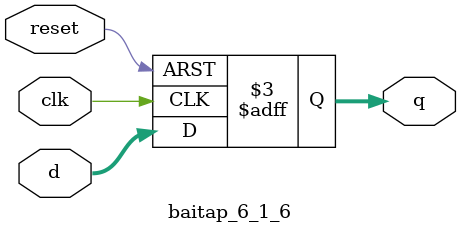
<source format=v>
module baitap_6_1_6 #(parameter SIZE = 8)(
	input [SIZE-1:0] d,
	output reg [SIZE-1:0] q,
	input clk,
	input reset
);
	always @(posedge clk or negedge reset) begin
		if(!reset) begin
			q <= 0;
		end else begin
			q <= d;
		end
	end
endmodule
</source>
